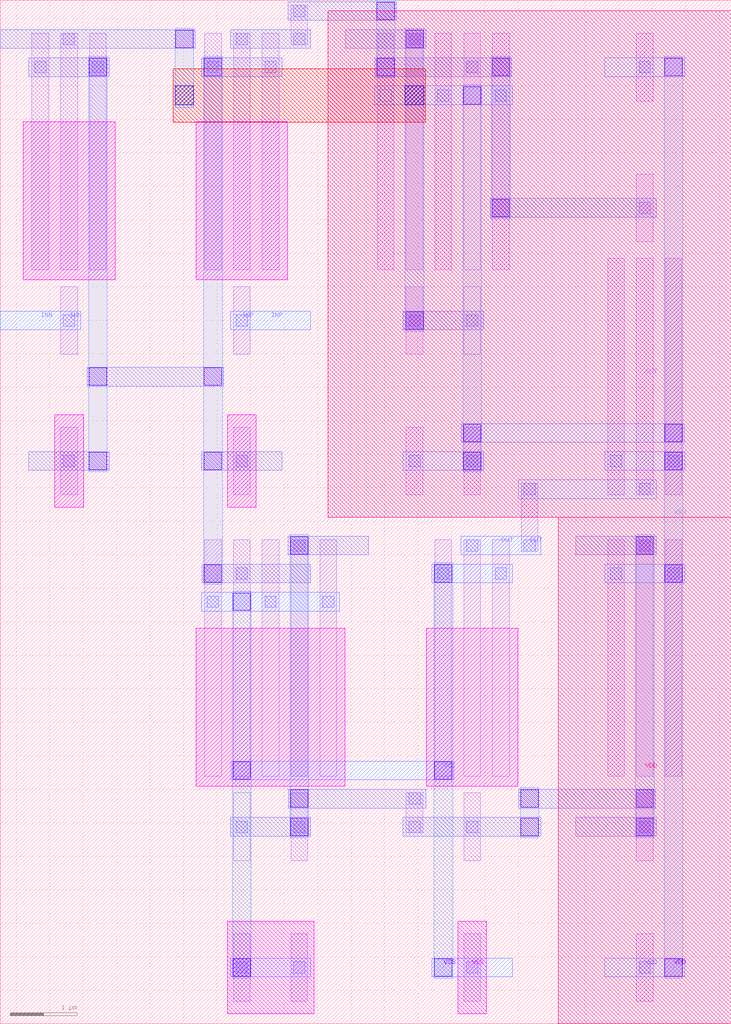
<source format=lef>
VERSION 5.7 ;
  NOWIREEXTENSIONATPIN ON ;
  DIVIDERCHAR "/" ;
  BUSBITCHARS "[]" ;
MACRO ADC_1BIT
  CLASS BLOCK ;
  FOREIGN ADC_1BIT ;
  ORIGIN -0.260 0.000 ;
  SIZE 10.920 BY 15.280 ;
  PIN VSS
    ANTENNADIFFAREA 3.385200 ;
    PORT
      LAYER pwell ;
        RECT 3.655 0.150 4.945 1.530 ;
        RECT 7.095 0.150 7.525 1.530 ;
      LAYER li1 ;
        RECT 3.315 3.695 3.565 7.225 ;
        RECT 4.175 3.695 4.425 7.225 ;
        RECT 5.035 3.695 5.285 7.225 ;
        RECT 6.755 3.695 7.005 7.225 ;
        RECT 7.615 3.695 7.865 7.225 ;
        RECT 3.745 0.335 3.995 1.345 ;
        RECT 4.605 0.335 4.855 1.345 ;
        RECT 7.185 0.335 7.435 1.345 ;
      LAYER mcon ;
        RECT 3.355 6.215 3.525 6.385 ;
        RECT 4.215 6.215 4.385 6.385 ;
        RECT 5.075 6.215 5.245 6.385 ;
        RECT 6.795 6.635 6.965 6.805 ;
        RECT 7.655 6.635 7.825 6.805 ;
        RECT 3.785 0.755 3.955 0.925 ;
        RECT 4.645 0.755 4.815 0.925 ;
        RECT 7.225 0.755 7.395 0.925 ;
      LAYER met1 ;
        RECT 6.710 6.580 7.910 6.860 ;
        RECT 3.270 6.160 5.330 6.440 ;
        RECT 3.710 3.640 7.040 3.920 ;
        RECT 3.700 0.700 4.900 0.980 ;
        RECT 6.710 0.700 7.910 0.980 ;
      LAYER via ;
        RECT 6.750 6.590 7.010 6.850 ;
        RECT 3.740 6.170 4.000 6.430 ;
        RECT 3.740 3.650 4.000 3.910 ;
        RECT 6.750 3.650 7.010 3.910 ;
        RECT 3.740 0.710 4.000 0.970 ;
        RECT 6.750 0.710 7.010 0.970 ;
      LAYER met2 ;
        RECT 3.730 0.680 4.010 6.460 ;
        RECT 6.740 0.680 7.020 6.880 ;
    END
  END VSS
  PIN VDD
    ANTENNADIFFAREA 4.688600 ;
    PORT
      LAYER nwell ;
        RECT 5.160 7.560 11.180 15.120 ;
        RECT 8.600 0.000 11.180 7.560 ;
      LAYER li1 ;
        RECT 5.895 11.255 6.145 14.785 ;
        RECT 6.755 11.255 7.005 14.785 ;
        RECT 7.615 11.255 7.865 14.785 ;
        RECT 9.765 13.775 10.015 14.785 ;
        RECT 6.325 7.895 6.575 8.905 ;
        RECT 7.185 7.895 7.435 8.905 ;
        RECT 9.335 7.895 9.585 11.425 ;
        RECT 10.195 7.895 10.445 11.425 ;
        RECT 9.335 3.695 9.585 7.225 ;
        RECT 10.195 3.695 10.445 7.225 ;
        RECT 9.765 0.335 10.015 1.345 ;
      LAYER mcon ;
        RECT 5.935 13.775 6.105 13.945 ;
        RECT 6.795 13.775 6.965 13.945 ;
        RECT 7.655 13.775 7.825 13.945 ;
        RECT 9.805 14.195 9.975 14.365 ;
        RECT 6.365 8.315 6.535 8.485 ;
        RECT 7.225 8.315 7.395 8.485 ;
        RECT 9.375 8.315 9.545 8.485 ;
        RECT 10.235 8.315 10.405 8.485 ;
        RECT 9.375 6.635 9.545 6.805 ;
        RECT 10.235 6.635 10.405 6.805 ;
        RECT 9.805 0.755 9.975 0.925 ;
      LAYER met1 ;
        RECT 9.290 14.140 10.490 14.420 ;
        RECT 5.850 13.720 7.910 14.000 ;
        RECT 7.150 8.680 10.480 8.960 ;
        RECT 6.280 8.260 7.480 8.540 ;
        RECT 9.290 8.260 10.490 8.540 ;
        RECT 9.290 6.580 10.490 6.860 ;
        RECT 9.290 0.700 10.490 0.980 ;
      LAYER via ;
        RECT 10.190 14.150 10.450 14.410 ;
        RECT 7.180 13.730 7.440 13.990 ;
        RECT 7.180 8.690 7.440 8.950 ;
        RECT 10.190 8.690 10.450 8.950 ;
        RECT 7.180 8.270 7.440 8.530 ;
        RECT 10.190 8.270 10.450 8.530 ;
        RECT 10.190 6.590 10.450 6.850 ;
        RECT 10.190 0.710 10.450 0.970 ;
      LAYER met2 ;
        RECT 7.170 8.240 7.450 14.020 ;
        RECT 10.180 0.680 10.460 14.440 ;
    END
  END VDD
  PIN OUT
    ANTENNADIFFAREA 1.176000 ;
    PORT
      LAYER li1 ;
        RECT 7.185 3.695 7.435 7.225 ;
        RECT 8.045 7.055 8.295 8.065 ;
        RECT 9.765 7.895 10.015 11.425 ;
      LAYER mcon ;
        RECT 8.085 7.895 8.255 8.065 ;
        RECT 9.805 7.895 9.975 8.065 ;
        RECT 7.225 7.055 7.395 7.225 ;
        RECT 8.085 7.055 8.255 7.225 ;
      LAYER met1 ;
        RECT 8.000 7.840 10.060 8.120 ;
        RECT 7.140 7.000 8.340 7.280 ;
    END
  END OUT
  PIN INN
    ANTENNAGATEAREA 0.630000 ;
    PORT
      LAYER li1 ;
        RECT 1.165 9.995 1.415 11.005 ;
      LAYER mcon ;
        RECT 1.205 10.415 1.375 10.585 ;
      LAYER met1 ;
        RECT 0.260 10.360 1.460 10.640 ;
    END
  END INN
  PIN INP
    ANTENNAGATEAREA 0.630000 ;
    PORT
      LAYER li1 ;
        RECT 3.745 9.995 3.995 11.005 ;
      LAYER mcon ;
        RECT 3.785 10.415 3.955 10.585 ;
      LAYER met1 ;
        RECT 3.700 10.360 4.900 10.640 ;
    END
  END INP
  OBS
      LAYER pwell ;
        RECT 0.605 11.105 1.975 13.465 ;
        RECT 3.185 11.105 4.555 13.465 ;
        RECT 1.075 7.710 1.505 9.090 ;
        RECT 3.655 7.710 4.085 9.090 ;
        RECT 3.185 3.545 5.415 5.905 ;
        RECT 6.625 3.545 7.995 5.905 ;
      LAYER li1 ;
        RECT 0.735 11.255 0.985 14.785 ;
        RECT 1.165 11.255 1.415 14.785 ;
        RECT 1.595 11.255 1.845 14.785 ;
        RECT 3.315 11.255 3.565 14.785 ;
        RECT 3.745 11.255 3.995 14.785 ;
        RECT 4.175 11.255 4.425 14.785 ;
        RECT 4.605 14.615 4.855 15.205 ;
        RECT 6.325 11.255 6.575 14.785 ;
        RECT 7.185 11.255 7.435 14.785 ;
        RECT 9.765 11.675 10.015 12.685 ;
        RECT 6.325 9.995 6.575 11.005 ;
        RECT 7.185 9.995 7.435 11.005 ;
        RECT 1.165 7.895 1.415 8.905 ;
        RECT 3.745 7.895 3.995 8.905 ;
        RECT 3.745 3.695 3.995 7.225 ;
        RECT 4.605 3.695 4.855 7.225 ;
        RECT 9.765 3.695 10.015 7.225 ;
        RECT 3.745 2.435 3.995 3.445 ;
        RECT 4.605 2.435 4.855 3.445 ;
        RECT 6.325 2.855 6.575 3.445 ;
        RECT 7.185 2.435 7.435 3.445 ;
        RECT 9.765 2.435 10.015 3.445 ;
      LAYER mcon ;
        RECT 4.645 15.035 4.815 15.205 ;
        RECT 0.775 14.195 0.945 14.365 ;
        RECT 1.205 14.615 1.375 14.785 ;
        RECT 1.635 14.195 1.805 14.365 ;
        RECT 3.355 14.195 3.525 14.365 ;
        RECT 3.785 14.615 3.955 14.785 ;
        RECT 4.645 14.615 4.815 14.785 ;
        RECT 6.365 14.615 6.535 14.785 ;
        RECT 4.215 14.195 4.385 14.365 ;
        RECT 7.225 14.195 7.395 14.365 ;
        RECT 9.805 12.095 9.975 12.265 ;
        RECT 6.365 10.415 6.535 10.585 ;
        RECT 7.225 10.415 7.395 10.585 ;
        RECT 1.205 8.315 1.375 8.485 ;
        RECT 3.785 8.315 3.955 8.485 ;
        RECT 3.785 6.635 3.955 6.805 ;
        RECT 4.645 7.055 4.815 7.225 ;
        RECT 9.805 7.055 9.975 7.225 ;
        RECT 3.785 2.855 3.955 3.025 ;
        RECT 4.645 2.855 4.815 3.025 ;
        RECT 6.365 3.275 6.535 3.445 ;
        RECT 6.365 2.855 6.535 3.025 ;
        RECT 7.225 2.855 7.395 3.025 ;
        RECT 9.805 2.855 9.975 3.025 ;
      LAYER met1 ;
        RECT 4.560 14.980 6.180 15.260 ;
        RECT 0.260 14.560 3.170 14.840 ;
        RECT 3.700 14.560 4.900 14.840 ;
        RECT 5.420 14.560 6.620 14.840 ;
        RECT 0.690 14.140 1.890 14.420 ;
        RECT 3.270 14.140 4.470 14.420 ;
        RECT 5.860 14.140 7.900 14.420 ;
        RECT 7.580 12.040 10.060 12.320 ;
        RECT 6.280 10.360 7.480 10.640 ;
        RECT 1.560 9.520 3.600 9.800 ;
        RECT 0.690 8.260 1.890 8.540 ;
        RECT 3.270 8.260 4.470 8.540 ;
        RECT 4.560 7.000 5.760 7.280 ;
        RECT 8.860 7.000 10.060 7.280 ;
        RECT 3.280 6.580 4.900 6.860 ;
        RECT 4.570 3.220 6.620 3.500 ;
        RECT 8.010 3.220 10.050 3.500 ;
        RECT 3.700 2.800 4.900 3.080 ;
        RECT 6.280 2.800 8.340 3.080 ;
        RECT 8.860 2.800 10.060 3.080 ;
      LAYER via ;
        RECT 5.890 14.990 6.150 15.250 ;
        RECT 2.880 14.570 3.140 14.830 ;
        RECT 6.320 14.570 6.580 14.830 ;
        RECT 1.590 14.150 1.850 14.410 ;
        RECT 3.310 14.150 3.570 14.410 ;
        RECT 5.890 14.150 6.150 14.410 ;
        RECT 7.610 14.150 7.870 14.410 ;
        RECT 7.610 12.050 7.870 12.310 ;
        RECT 6.320 10.370 6.580 10.630 ;
        RECT 1.590 9.530 1.850 9.790 ;
        RECT 3.310 9.530 3.570 9.790 ;
        RECT 1.590 8.270 1.850 8.530 ;
        RECT 3.310 8.270 3.570 8.530 ;
        RECT 4.600 7.010 4.860 7.270 ;
        RECT 9.760 7.010 10.020 7.270 ;
        RECT 3.310 6.590 3.570 6.850 ;
        RECT 4.600 3.230 4.860 3.490 ;
        RECT 8.040 3.230 8.300 3.490 ;
        RECT 9.760 3.230 10.020 3.490 ;
        RECT 4.600 2.810 4.860 3.070 ;
        RECT 8.040 2.810 8.300 3.070 ;
        RECT 9.760 2.810 10.020 3.070 ;
      LAYER met2 ;
        RECT 1.580 8.240 1.860 14.440 ;
        RECT 2.870 13.675 3.150 14.860 ;
        RECT 3.300 6.560 3.580 14.440 ;
        RECT 5.880 14.120 6.160 15.280 ;
        RECT 6.310 10.340 6.590 14.860 ;
        RECT 7.600 12.020 7.880 14.440 ;
        RECT 4.590 2.780 4.870 7.300 ;
        RECT 8.030 2.780 8.310 3.520 ;
        RECT 9.750 2.780 10.030 7.300 ;
      LAYER via2 ;
        RECT 2.870 13.720 3.150 14.000 ;
        RECT 6.310 13.720 6.590 14.000 ;
      LAYER met3 ;
        RECT 2.845 13.460 6.615 14.260 ;
  END
END ADC_1BIT
END LIBRARY


</source>
